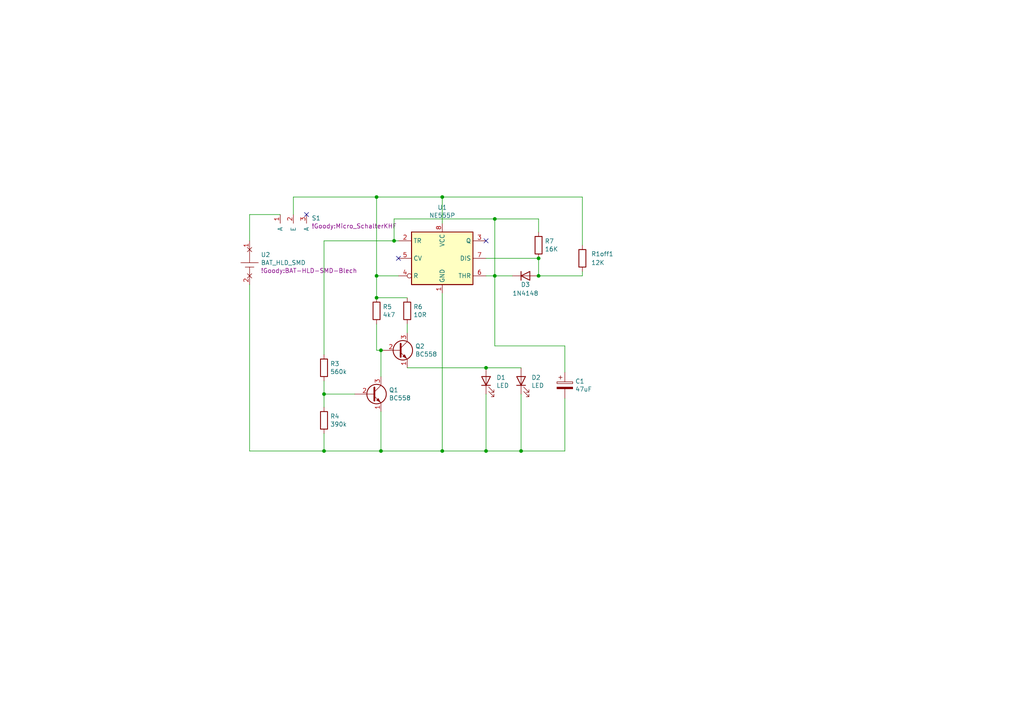
<source format=kicad_sch>
(kicad_sch (version 20230121) (generator eeschema)
  (paper "A4")
  (lib_symbols
    (symbol "!Goody:BAT_HLD_SMD" (pin_names (offset 1.016))
      (property "Reference" "U" (at -5.08 0 0))
      (property "Value" "BAT_HLD_SMD" (at -10.16 3.81 0))
      (property "Footprint" "KHF_LIB:BAT-HLD-SMD" (at -15.24 6.35 0))
      (symbol "BAT_HLD_SMD_0_1"
        (rectangle (start -1.27 -1.27) (end 1.27 -1.27))
        (rectangle (start -1.27 0) (end -2.54 0))
        (rectangle (start -1.27 0) (end 1.27 0))
        (polyline (pts (xy 0 -3.81) (xy 0 -1.27)))
        (polyline (pts (xy 0 0) (xy 0 3.81)))
        (polyline (pts (xy 1.27 0) (xy 2.54 0)))
      )
      (symbol "BAT_HLD_SMD_1_1"
        (pin power_out non_logic (at 0 6.35 270) (length 2.54) (name "~") (number "1"))
        (pin power_out non_logic (at 0 -6.35 90) (length 2.54) (name "~") (number "2"))
      )
    )
    (symbol "!Goody:ELKO" (pin_numbers hide) (pin_names (offset 0.254))
      (property "Reference" "C" (at 0.635 2.54 0))
      (property "Value" "ELKO" (at 0.635 -2.54 0))
      (symbol "ELKO_0_1"
        (rectangle (start -2.286 0.508) (end 2.286 1.016))
        (polyline (pts (xy -1.778 2.286) (xy -0.762 2.286)))
        (polyline (pts (xy -1.27 2.794) (xy -1.27 1.778)))
        (rectangle (start 2.286 -0.508) (end -2.286 -1.016) (fill (type outline)))
      )
      (symbol "ELKO_1_1"
        (pin passive line (at 0 3.81 270) (length 2.794) (name "~") (number "1"))
        (pin passive line (at 0 -3.81 90) (length 2.794) (name "~") (number "2"))
      )
    )
    (symbol "!Goody:LED" (pin_numbers hide) (pin_names (offset 1.016) hide)
      (property "Reference" "D" (at 0 2.54 0))
      (property "Value" "LED" (at 2.54 -2.54 90))
      (symbol "LED_0_1"
        (polyline (pts (xy 0 -3.81) (xy 0 -1.27)))
        (polyline (pts (xy 1.27 -3.81) (xy -1.27 -3.81)) (stroke (width 0.254)))
        (polyline (pts (xy 1.27 -1.27) (xy -1.27 -1.27) (xy 0 -3.81) (xy 1.27 -1.27)) (stroke (width 0.254)))
        (polyline (pts (xy 0.762 -5.588) (xy 2.286 -7.112) (xy 2.286 -6.35) (xy 2.286 -7.112) (xy 1.524 -7.112)))
        (polyline (pts (xy 0.762 -4.318) (xy 2.286 -5.842) (xy 2.286 -5.08) (xy 2.286 -5.842) (xy 1.524 -5.842)))
      )
      (symbol "LED_1_1"
        (pin passive line (at 0 -6.35 90) (length 2.54) (name "K") (number "1"))
        (pin passive line (at 0 1.27 270) (length 2.54) (name "A") (number "2"))
      )
    )
    (symbol "!Goody:Micro_Schalter" (pin_names (offset 1.016))
      (property "Reference" "S" (at 0 0 0))
      (property "Footprint" "KHF_LIB:Micro_SchalterKHF" (at 0 0 0))
      (symbol "Micro_Schalter_1_1"
        (pin passive line (at -3.81 -2.54 270) (length 2.54) (name "A") (number "1"))
        (pin passive line (at 0 -2.54 270) (length 2.54) (name "E") (number "2"))
        (pin passive line (at 3.81 -2.54 270) (length 2.54) (name "A") (number "3"))
      )
    )
    (symbol "!Goody:R" (pin_numbers hide) (pin_names (offset 0))
      (property "Reference" "R" (at 2.032 0 90))
      (property "Value" "R" (at 0 0 90))
      (symbol "R_0_1"
        (rectangle (start -1.016 -2.54) (end 1.016 2.54) (stroke (width 0.254)))
      )
      (symbol "R_1_1"
        (pin passive line (at 0 3.81 270) (length 1.27) (name "~") (number "1"))
        (pin passive line (at 0 -3.81 90) (length 1.27) (name "~") (number "2"))
      )
    )
    (symbol "Device:Q_NPN_EBC" (pin_names (offset 0) hide)
      (property "Reference" "Q" (at 5.08 1.27 0))
      (property "Value" "Q_NPN_EBC" (at 5.08 -1.27 0))
      (symbol "Q_NPN_EBC_0_1"
        (polyline (pts (xy 0.635 0.635) (xy 2.54 2.54)))
        (polyline (pts (xy 0.635 -0.635) (xy 2.54 -2.54) (xy 2.54 -2.54)))
        (polyline (pts (xy 0.635 1.905) (xy 0.635 -1.905) (xy 0.635 -1.905)) (stroke (width 0.508)))
        (polyline (pts (xy 1.27 -1.778) (xy 1.778 -1.27) (xy 2.286 -2.286) (xy 1.27 -1.778) (xy 1.27 -1.778)) (fill (type outline)))
        (circle (center 1.27 0) (radius 2.8194) (stroke (width 0.254)))
      )
      (symbol "Q_NPN_EBC_1_1"
        (pin passive line (at 2.54 -5.08 90) (length 2.54) (name "E") (number "1"))
        (pin passive line (at -5.08 0 0) (length 5.715) (name "B") (number "2"))
        (pin passive line (at 2.54 5.08 270) (length 2.54) (name "C") (number "3"))
      )
    )
    (symbol "Diode:1N4148" (pin_numbers hide) (pin_names hide)
      (property "Reference" "D" (at 0 2.54 0))
      (property "Value" "1N4148" (at 0 -2.54 0))
      (symbol "1N4148_0_1"
        (polyline (pts (xy -1.27 1.27) (xy -1.27 -1.27)) (stroke (width 0.254)))
        (polyline (pts (xy 1.27 0) (xy -1.27 0)))
        (polyline (pts (xy 1.27 1.27) (xy 1.27 -1.27) (xy -1.27 0) (xy 1.27 1.27)) (stroke (width 0.254)))
      )
      (symbol "1N4148_1_1"
        (pin passive line (at -3.81 0 0) (length 2.54) (name "K") (number "1"))
        (pin passive line (at 3.81 0 180) (length 2.54) (name "A") (number "2"))
      )
    )
    (symbol "Timer:NE555P"
      (property "Reference" "U" (at -10.16 8.89 0))
      (property "Value" "NE555P" (at 2.54 8.89 0))
      (symbol "NE555P_0_0"
        (pin power_in line (at 0 -10.16 90) (length 2.54) (name "GND") (number "1"))
        (pin power_in line (at 0 10.16 270) (length 2.54) (name "VCC") (number "8"))
      )
      (symbol "NE555P_0_1"
        (rectangle (start -8.89 -7.62) (end 8.89 7.62) (stroke (width 0.254)) (fill (type background)))
        (rectangle (start -8.89 -7.62) (end 8.89 7.62) (stroke (width 0.254)) (fill (type background)))
      )
      (symbol "NE555P_1_1"
        (pin input line (at -12.7 5.08 0) (length 3.81) (name "TR") (number "2"))
        (pin output line (at 12.7 5.08 180) (length 3.81) (name "Q") (number "3"))
        (pin input inverted (at -12.7 -5.08 0) (length 3.81) (name "R") (number "4"))
        (pin input line (at -12.7 0 0) (length 3.81) (name "CV") (number "5"))
        (pin input line (at 12.7 -5.08 180) (length 3.81) (name "THR") (number "6"))
        (pin input line (at 12.7 0 180) (length 3.81) (name "DIS") (number "7"))
      )
    )
  )
  (junction (at 156.21 80.01))
  (junction (at 109.22 80.01))
  (junction (at 109.22 86.36))
  (junction (at 109.22 57.15))
  (junction (at 110.49 130.81))
  (junction (at 93.98 130.81))
  (junction (at 114.3 69.85))
  (junction (at 128.27 130.81))
  (junction (at 128.27 57.15))
  (junction (at 143.51 63.5))
  (junction (at 93.98 114.3))
  (junction (at 110.49 101.6))
  (junction (at 156.21 74.93))
  (junction (at 151.13 130.81))
  (junction (at 140.97 130.81))
  (junction (at 140.97 106.68))
  (junction (at 143.51 80.01))
  (no_connect (at 88.9 62.23))
  (no_connect (at 140.97 69.85))
  (no_connect (at 115.57 74.93))
  (wire (pts (xy 109.22 57.15) (xy 128.27 57.15)))
  (wire (pts (xy 156.21 80.01) (xy 168.91 80.01)))
  (wire (pts (xy 118.11 96.52) (xy 118.11 93.98)))
  (wire (pts (xy 118.11 86.36) (xy 109.22 86.36)))
  (wire (pts (xy 93.98 69.85) (xy 114.3 69.85)))
  (wire (pts (xy 93.98 125.73) (xy 93.98 130.81)))
  (wire (pts (xy 143.51 100.33) (xy 163.83 100.33)))
  (wire (pts (xy 72.39 82.55) (xy 72.39 130.81)))
  (wire (pts (xy 156.21 63.5) (xy 143.51 63.5)))
  (wire (pts (xy 72.39 130.81) (xy 93.98 130.81)))
  (wire (pts (xy 109.22 101.6) (xy 110.49 101.6)))
  (wire (pts (xy 93.98 118.11) (xy 93.98 114.3)))
  (wire (pts (xy 143.51 80.01) (xy 143.51 100.33)))
  (wire (pts (xy 109.22 86.36) (xy 109.22 80.01)))
  (wire (pts (xy 168.91 57.15) (xy 168.91 71.12)))
  (wire (pts (xy 72.39 62.23) (xy 81.28 62.23)))
  (wire (pts (xy 140.97 106.68) (xy 151.13 106.68)))
  (wire (pts (xy 93.98 114.3) (xy 93.98 110.49)))
  (wire (pts (xy 128.27 57.15) (xy 128.27 64.77)))
  (wire (pts (xy 140.97 106.68) (xy 118.11 106.68)))
  (wire (pts (xy 85.09 62.23) (xy 85.09 57.15)))
  (wire (pts (xy 128.27 57.15) (xy 168.91 57.15)))
  (wire (pts (xy 163.83 130.81) (xy 151.13 130.81)))
  (wire (pts (xy 93.98 130.81) (xy 110.49 130.81)))
  (wire (pts (xy 110.49 130.81) (xy 128.27 130.81)))
  (wire (pts (xy 163.83 100.33) (xy 163.83 107.95)))
  (wire (pts (xy 72.39 69.85) (xy 72.39 62.23)))
  (wire (pts (xy 128.27 130.81) (xy 140.97 130.81)))
  (wire (pts (xy 110.49 119.38) (xy 110.49 130.81)))
  (wire (pts (xy 140.97 130.81) (xy 151.13 130.81)))
  (wire (pts (xy 140.97 74.93) (xy 156.21 74.93)))
  (wire (pts (xy 148.59 80.01) (xy 143.51 80.01)))
  (wire (pts (xy 140.97 114.3) (xy 140.97 130.81)))
  (wire (pts (xy 156.21 67.31) (xy 156.21 63.5)))
  (wire (pts (xy 110.49 101.6) (xy 110.49 109.22)))
  (wire (pts (xy 163.83 115.57) (xy 163.83 130.81)))
  (wire (pts (xy 93.98 69.85) (xy 93.98 102.87)))
  (wire (pts (xy 156.21 74.93) (xy 156.21 80.01)))
  (wire (pts (xy 143.51 63.5) (xy 114.3 63.5)))
  (wire (pts (xy 109.22 80.01) (xy 109.22 57.15)))
  (wire (pts (xy 115.57 80.01) (xy 109.22 80.01)))
  (wire (pts (xy 168.91 80.01) (xy 168.91 78.74)))
  (wire (pts (xy 114.3 69.85) (xy 115.57 69.85)))
  (wire (pts (xy 85.09 57.15) (xy 109.22 57.15)))
  (wire (pts (xy 143.51 80.01) (xy 143.51 63.5)))
  (wire (pts (xy 102.87 114.3) (xy 93.98 114.3)))
  (wire (pts (xy 143.51 80.01) (xy 140.97 80.01)))
  (wire (pts (xy 109.22 93.98) (xy 109.22 101.6)))
  (wire (pts (xy 128.27 85.09) (xy 128.27 130.81)))
  (wire (pts (xy 151.13 130.81) (xy 151.13 114.3)))
  (wire (pts (xy 114.3 63.5) (xy 114.3 69.85)))
  (symbol (lib_id "Timer:NE555P") (at 128.27 74.93 0) (unit 1)
    (property "Reference" "U1" (at 128.27 60.1726 0))
    (property "Value" "NE555P" (at 128.27 62.484 0))
    (property "Footprint" "Package_DIP:DIP-8_W7.62mm" (effects hide))
    (property "Datasheet" "http://www.ti.com/lit/ds/symlink/ne555.pdf" (effects hide))
  )
  (symbol (lib_id "Diode:1N4148") (at 152.4 80.01 0) (unit 1)
    (property "Reference" "D3" (at 152.4 82.55 0))
    (property "Value" "1N4148" (at 152.4 85.09 0))
    (property "Footprint" "Diode_THT:D_DO-35_SOD27_P7.62mm_Horizontal" (effects hide))
    (property "Datasheet" "https://assets.nexperia.com/documents/data-sheet/1N4148_1N4448.pdf" (effects hide))
  )
  (symbol (lib_id "!Goody:ELKO") (at 163.83 111.76 0) (unit 1)
    (property "Reference" "C1" (at 166.8272 110.5916 0) (effects (justify left)))
    (property "Value" "47uF" (at 166.8272 112.903 0) (effects (justify left)))
    (property "Footprint" "Capacitor_THT:CP_Radial_D6.3mm_P2.50mm" (effects hide))
  )
  (symbol (lib_id "!Goody:R") (at 93.98 106.68 0) (unit 1)
    (property "Reference" "R3" (at 95.758 105.5116 0) (effects (justify left)))
    (property "Value" "560k" (at 95.758 107.823 0) (effects (justify left)))
    (property "Footprint" "Resistor_THT:R_Axial_DIN0207_L6.3mm_D2.5mm_P10.16mm_Horizontal" (effects hide))
  )
  (symbol (lib_id "!Goody:R") (at 93.98 121.92 0) (unit 1)
    (property "Reference" "R4" (at 95.758 120.7516 0) (effects (justify left)))
    (property "Value" "390k" (at 95.758 123.063 0) (effects (justify left)))
    (property "Footprint" "Resistor_THT:R_Axial_DIN0207_L6.3mm_D2.5mm_P10.16mm_Horizontal" (effects hide))
  )
  (symbol (lib_id "Device:Q_NPN_EBC") (at 107.95 114.3 0) (unit 1)
    (property "Reference" "Q1" (at 112.8014 113.1316 0) (effects (justify left)))
    (property "Value" "BC558" (at 112.8014 115.443 0) (effects (justify left)))
    (property "Footprint" "!Goody:TO-92L_Wide" (effects hide))
  )
  (symbol (lib_id "Device:Q_NPN_EBC") (at 115.57 101.6 0) (unit 1)
    (property "Reference" "Q2" (at 120.4214 100.4316 0) (effects (justify left)))
    (property "Value" "BC558" (at 120.4214 102.743 0) (effects (justify left)))
    (property "Footprint" "!Goody:TO-92L_Wide" (effects hide))
  )
  (symbol (lib_id "!Goody:LED") (at 140.97 107.95 0) (unit 1)
    (property "Reference" "D1" (at 143.9672 109.4994 0) (effects (justify left)))
    (property "Value" "LED" (at 143.9672 111.8108 0) (effects (justify left)))
    (property "Footprint" "LED_THT:LED_D5.0mm" (effects hide))
  )
  (symbol (lib_id "!Goody:LED") (at 151.13 107.95 0) (unit 1)
    (property "Reference" "D2" (at 154.1272 109.4994 0) (effects (justify left)))
    (property "Value" "LED" (at 154.1272 111.8108 0) (effects (justify left)))
    (property "Footprint" "LED_THT:LED_D5.0mm" (effects hide))
  )
  (symbol (lib_id "!Goody:BAT_HLD_SMD") (at 72.39 76.2 0) (unit 1)
    (property "Reference" "U2" (at 75.6412 73.8886 0) (effects (justify left)))
    (property "Value" "BAT_HLD_SMD" (at 75.6412 76.2 0) (effects (justify left)))
    (property "Footprint" "!Goody:BAT-HLD-SMD-Blech" (at 75.6412 78.5114 0) (effects (justify left)))
  )
  (symbol (lib_id "!Goody:Micro_Schalter") (at 85.09 59.69 0) (unit 1)
    (property "Reference" "S1" (at 90.3732 63.2714 0) (effects (justify left)))
    (property "Value" "Micro_Schalter" (effects hide))
    (property "Footprint" "!Goody:Micro_SchalterKHF" (at 90.3732 65.5828 0) (effects (justify left)))
  )
  (symbol (lib_id "!Goody:R") (at 118.11 90.17 0) (unit 1)
    (property "Reference" "R6" (at 119.888 89.0016 0) (effects (justify left)))
    (property "Value" "10R" (at 119.888 91.313 0) (effects (justify left)))
    (property "Footprint" "Resistor_THT:R_Axial_DIN0207_L6.3mm_D2.5mm_P10.16mm_Horizontal" (effects hide))
  )
  (symbol (lib_id "!Goody:R") (at 109.22 90.17 0) (unit 1)
    (property "Reference" "R5" (at 110.998 89.0016 0) (effects (justify left)))
    (property "Value" "4k7" (at 110.998 91.313 0) (effects (justify left)))
    (property "Footprint" "Resistor_THT:R_Axial_DIN0207_L6.3mm_D2.5mm_P10.16mm_Horizontal" (effects hide))
  )
  (symbol (lib_id "!Goody:R") (at 156.21 71.12 0) (unit 1)
    (property "Reference" "R7" (at 157.988 69.9516 0) (effects (justify left)))
    (property "Value" "16K" (at 157.988 72.263 0) (effects (justify left)))
    (property "Footprint" "Resistor_THT:R_Axial_DIN0207_L6.3mm_D2.5mm_P10.16mm_Horizontal" (effects hide))
  )
  (symbol (lib_id "!Goody:R") (at 168.91 74.93 0) (unit 1)
    (property "Reference" "R1off1" (at 171.45 73.66 0) (effects (justify left)))
    (property "Value" "12K" (at 171.45 76.2 0) (effects (justify left)))
    (property "Footprint" "Resistor_THT:R_Axial_DIN0207_L6.3mm_D2.5mm_P10.16mm_Horizontal" (effects hide))
  )
)
</source>
